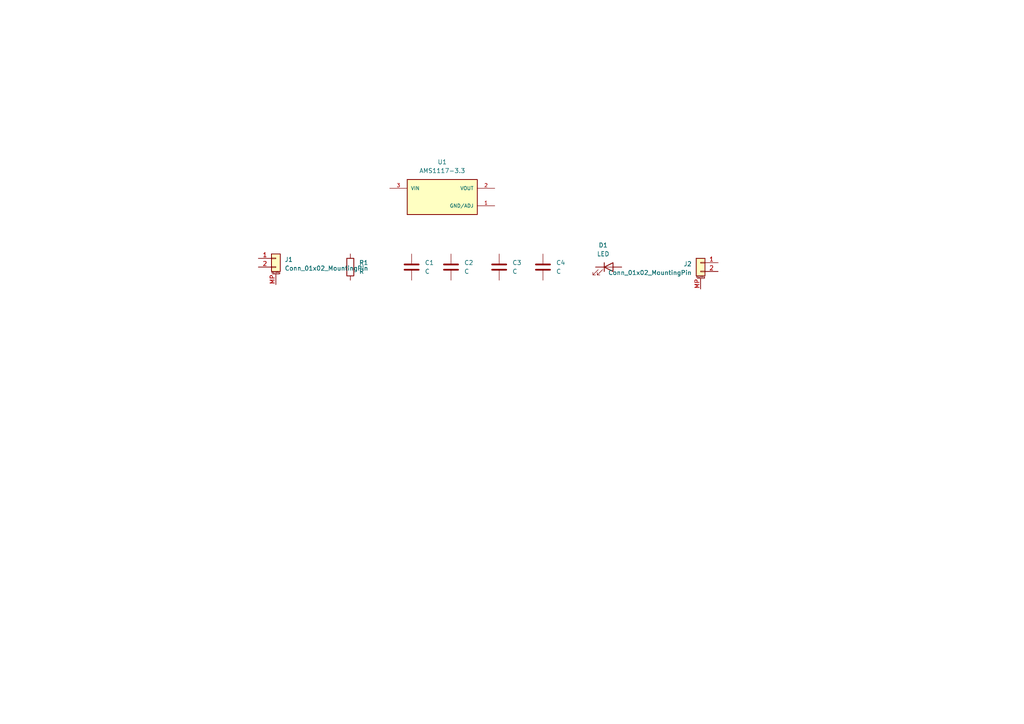
<source format=kicad_sch>
(kicad_sch (version 20231120) (generator "eeschema") (generator_version "8.0")
  (paper "A4")
  (lib_symbols
    (symbol "AMS1117-3.3:AMS1117-3.3" (pin_names (offset 1.016))
      (property "Reference" "U" (at -10.16 5.588 0))
      (property "Value" "AMS1117-3.3" (at -10.16 -8.128 0))
      (symbol "AMS1117-3.3_0_0"
        (rectangle (start -10.16 -5.08) (end 10.16 5.08) (stroke (width 0.254)) (fill (type background)))
        (pin power_in line (at 15.24 -2.54 180) (length 5.08) (name "GND/ADJ") (number "1"))
        (pin output line (at 15.24 2.54 180) (length 5.08) (name "VOUT") (number "2"))
        (pin input line (at -15.24 2.54 0) (length 5.08) (name "VIN") (number "3"))
      )
    )
    (symbol "Connector_Generic_MountingPin:Conn_01x02_MountingPin" (pin_names (offset 1.016) hide)
      (property "Reference" "J" (at 0 2.54 0))
      (property "Value" "Conn_01x02_MountingPin" (at 1.27 -5.08 0))
      (symbol "Conn_01x02_MountingPin_1_1"
        (rectangle (start -1.27 -2.413) (end 0 -2.667) (stroke (width 0.1524)))
        (rectangle (start -1.27 0.127) (end 0 -0.127) (stroke (width 0.1524)))
        (rectangle (start -1.27 1.27) (end 1.27 -3.81) (stroke (width 0.254)) (fill (type background)))
        (polyline (pts (xy -1.016 -4.572) (xy 1.016 -4.572)) (stroke (width 0.1524)))
        (text "Mounting" (at 0 -4.191 0) (effects (font (size 0.381 0.381))))
        (pin passive line (at -5.08 0 0) (length 3.81) (name "Pin_1") (number "1"))
        (pin passive line (at -5.08 -2.54 0) (length 3.81) (name "Pin_2") (number "2"))
        (pin passive line (at 0 -7.62 90) (length 3.048) (name "MountPin") (number "MP"))
      )
    )
    (symbol "Device:C" (pin_numbers hide) (pin_names (offset 0.254))
      (property "Reference" "C" (at 0.635 2.54 0))
      (property "Value" "C" (at 0.635 -2.54 0))
      (symbol "C_0_1"
        (polyline (pts (xy -2.032 -0.762) (xy 2.032 -0.762)) (stroke (width 0.508)))
        (polyline (pts (xy -2.032 0.762) (xy 2.032 0.762)) (stroke (width 0.508)))
      )
      (symbol "C_1_1"
        (pin passive line (at 0 3.81 270) (length 2.794) (name "~") (number "1"))
        (pin passive line (at 0 -3.81 90) (length 2.794) (name "~") (number "2"))
      )
    )
    (symbol "Device:LED" (pin_numbers hide) (pin_names (offset 1.016) hide)
      (property "Reference" "D" (at 0 2.54 0))
      (property "Value" "LED" (at 0 -2.54 0))
      (symbol "LED_0_1"
        (polyline (pts (xy -1.27 -1.27) (xy -1.27 1.27)) (stroke (width 0.254)))
        (polyline (pts (xy -1.27 0) (xy 1.27 0)))
        (polyline (pts (xy 1.27 -1.27) (xy 1.27 1.27) (xy -1.27 0) (xy 1.27 -1.27)) (stroke (width 0.254)))
        (polyline (pts (xy -3.048 -0.762) (xy -4.572 -2.286) (xy -3.81 -2.286) (xy -4.572 -2.286) (xy -4.572 -1.524)))
        (polyline (pts (xy -1.778 -0.762) (xy -3.302 -2.286) (xy -2.54 -2.286) (xy -3.302 -2.286) (xy -3.302 -1.524)))
      )
      (symbol "LED_1_1"
        (pin passive line (at -3.81 0 0) (length 2.54) (name "K") (number "1"))
        (pin passive line (at 3.81 0 180) (length 2.54) (name "A") (number "2"))
      )
    )
    (symbol "Device:R" (pin_numbers hide) (pin_names (offset 0))
      (property "Reference" "R" (at 2.032 0 90))
      (property "Value" "R" (at 0 0 90))
      (symbol "R_0_1"
        (rectangle (start -1.016 -2.54) (end 1.016 2.54) (stroke (width 0.254)))
      )
      (symbol "R_1_1"
        (pin passive line (at 0 3.81 270) (length 1.27) (name "~") (number "1"))
        (pin passive line (at 0 -3.81 90) (length 1.27) (name "~") (number "2"))
      )
    )
  )
  (symbol (lib_id "Connector_Generic_MountingPin:Conn_01x02_MountingPin") (at 203.2 76.2 0) (mirror y) (unit 1)
    (property "Reference" "J2" (at 200.66 76.5555 0) (effects (justify left)))
    (property "Value" "Conn_01x02_MountingPin" (at 200.66 79.0955 0) (effects (justify left)))
    (property "Description" "Generic connectable mounting pin connector, single row, 01x02, script generated (kicad-library-utils/schlib/autogen/connector/)" (effects (hide yes)))
  )
  (symbol (lib_id "Device:C") (at 144.78 77.47 0) (unit 1)
    (property "Reference" "C3" (at 148.59 76.1999 0) (effects (justify left)))
    (property "Value" "C" (at 148.59 78.7399 0) (effects (justify left)))
    (property "Description" "Unpolarized capacitor" (effects (hide yes)))
  )
  (symbol (lib_id "Device:C") (at 119.38 77.47 0) (unit 1)
    (property "Reference" "C1" (at 123.19 76.1999 0) (effects (justify left)))
    (property "Value" "C" (at 123.19 78.7399 0) (effects (justify left)))
    (property "Description" "Unpolarized capacitor" (effects (hide yes)))
  )
  (symbol (lib_id "Device:C") (at 130.81 77.47 0) (unit 1)
    (property "Reference" "C2" (at 134.62 76.1999 0) (effects (justify left)))
    (property "Value" "C" (at 134.62 78.7399 0) (effects (justify left)))
    (property "Description" "Unpolarized capacitor" (effects (hide yes)))
  )
  (symbol (lib_id "Device:LED") (at 176.53 77.47 0) (unit 1)
    (property "Reference" "D1" (at 174.9425 71.12 0))
    (property "Value" "LED" (at 174.9425 73.66 0))
    (property "Description" "Light emitting diode" (effects (hide yes)))
  )
  (symbol (lib_id "AMS1117-3.3:AMS1117-3.3") (at 128.27 57.15 0) (unit 1)
    (property "Reference" "U1" (at 128.27 46.99 0))
    (property "Value" "AMS1117-3.3" (at 128.27 49.53 0))
    (property "Footprint" "footprints:SOT229P700X180-4N" (effects (hide yes)))
    (property "MF" "Advanced Monolithic Systems" (effects (hide yes)))
    (property "MAXIMUM_PACKAGE_HEIGHT" "1.8 mm" (effects (hide yes)))
    (property "Package" "SOT-223 Seeed Technology" (effects (hide yes)))
    (property "Price" "None" (effects (hide yes)))
    (property "Check_prices" "https://www.snapeda.com/parts/AMS1117-3.3/Advanced+Monolithic+Systems/view-part/?ref=eda" (effects (hide yes)))
    (property "STANDARD" "IPC 7351B" (effects (hide yes)))
    (property "PARTREV" "N/A" (effects (hide yes)))
    (property "SnapEDA_Link" "https://www.snapeda.com/parts/AMS1117-3.3/Advanced+Monolithic+Systems/view-part/?ref=snap" (effects (hide yes)))
    (property "SNAPEDA_PACKAGE_ID" "71280" (effects (hide yes)))
    (property "MP" "AMS1117-3.3" (effects (hide yes)))
    (property "Description_1" "\n                        \n                            Sot223/Pkg 1-Amp 3.3-Volt Low Drop Out Voltage Regulatator\n                        \n" (effects (hide yes)))
    (property "MANUFACTURER" "Advanced Monolithic Systems" (effects (hide yes)))
    (property "Availability" "Not in stock" (effects (hide yes)))
    (property "SNAPEDA_PN" "AMS1117-3.3" (effects (hide yes)))
  )
  (symbol (lib_id "Device:C") (at 157.48 77.47 0) (unit 1)
    (property "Reference" "C4" (at 161.29 76.1999 0) (effects (justify left)))
    (property "Value" "C" (at 161.29 78.7399 0) (effects (justify left)))
    (property "Description" "Unpolarized capacitor" (effects (hide yes)))
  )
  (symbol (lib_id "Connector_Generic_MountingPin:Conn_01x02_MountingPin") (at 80.01 74.93 0) (unit 1)
    (property "Reference" "J1" (at 82.55 75.2855 0) (effects (justify left)))
    (property "Value" "Conn_01x02_MountingPin" (at 82.55 77.8255 0) (effects (justify left)))
    (property "Description" "Generic connectable mounting pin connector, single row, 01x02, script generated (kicad-library-utils/schlib/autogen/connector/)" (effects (hide yes)))
  )
  (symbol (lib_id "Device:R") (at 101.6 77.47 0) (unit 1)
    (property "Reference" "R1" (at 104.14 76.1999 0) (effects (justify left)))
    (property "Value" "R" (at 104.14 78.7399 0) (effects (justify left)))
    (property "Description" "Resistor" (effects (hide yes)))
  )
)
</source>
